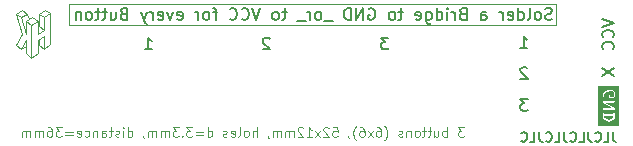
<source format=gbr>
%TF.GenerationSoftware,KiCad,Pcbnew,5.1.7-a382d34a8~88~ubuntu18.04.1*%
%TF.CreationDate,2021-05-22T21:37:03+02:00*%
%TF.ProjectId,button-board-6x6mm-3buttons,62757474-6f6e-42d6-926f-6172642d3678,v1r1*%
%TF.SameCoordinates,Original*%
%TF.FileFunction,Legend,Bot*%
%TF.FilePolarity,Positive*%
%FSLAX46Y46*%
G04 Gerber Fmt 4.6, Leading zero omitted, Abs format (unit mm)*
G04 Created by KiCad (PCBNEW 5.1.7-a382d34a8~88~ubuntu18.04.1) date 2021-05-22 21:37:03*
%MOMM*%
%LPD*%
G01*
G04 APERTURE LIST*
%ADD10C,0.120000*%
%ADD11C,0.150000*%
%ADD12C,0.100000*%
%ADD13C,0.090000*%
%ADD14C,0.064000*%
G04 APERTURE END LIST*
D10*
X83000000Y-36100000D02*
X83000000Y-37900000D01*
X41800000Y-36100000D02*
X83000000Y-36100000D01*
X41800000Y-37900000D02*
X41800000Y-36100000D01*
X83000000Y-37900000D02*
X41800000Y-37900000D01*
D11*
X82690476Y-37404761D02*
X82547619Y-37452380D01*
X82309523Y-37452380D01*
X82214285Y-37404761D01*
X82166666Y-37357142D01*
X82119047Y-37261904D01*
X82119047Y-37166666D01*
X82166666Y-37071428D01*
X82214285Y-37023809D01*
X82309523Y-36976190D01*
X82500000Y-36928571D01*
X82595238Y-36880952D01*
X82642857Y-36833333D01*
X82690476Y-36738095D01*
X82690476Y-36642857D01*
X82642857Y-36547619D01*
X82595238Y-36500000D01*
X82500000Y-36452380D01*
X82261904Y-36452380D01*
X82119047Y-36500000D01*
X81547619Y-37452380D02*
X81642857Y-37404761D01*
X81690476Y-37357142D01*
X81738095Y-37261904D01*
X81738095Y-36976190D01*
X81690476Y-36880952D01*
X81642857Y-36833333D01*
X81547619Y-36785714D01*
X81404761Y-36785714D01*
X81309523Y-36833333D01*
X81261904Y-36880952D01*
X81214285Y-36976190D01*
X81214285Y-37261904D01*
X81261904Y-37357142D01*
X81309523Y-37404761D01*
X81404761Y-37452380D01*
X81547619Y-37452380D01*
X80642857Y-37452380D02*
X80738095Y-37404761D01*
X80785714Y-37309523D01*
X80785714Y-36452380D01*
X79833333Y-37452380D02*
X79833333Y-36452380D01*
X79833333Y-37404761D02*
X79928571Y-37452380D01*
X80119047Y-37452380D01*
X80214285Y-37404761D01*
X80261904Y-37357142D01*
X80309523Y-37261904D01*
X80309523Y-36976190D01*
X80261904Y-36880952D01*
X80214285Y-36833333D01*
X80119047Y-36785714D01*
X79928571Y-36785714D01*
X79833333Y-36833333D01*
X78976190Y-37404761D02*
X79071428Y-37452380D01*
X79261904Y-37452380D01*
X79357142Y-37404761D01*
X79404761Y-37309523D01*
X79404761Y-36928571D01*
X79357142Y-36833333D01*
X79261904Y-36785714D01*
X79071428Y-36785714D01*
X78976190Y-36833333D01*
X78928571Y-36928571D01*
X78928571Y-37023809D01*
X79404761Y-37119047D01*
X78500000Y-37452380D02*
X78500000Y-36785714D01*
X78500000Y-36976190D02*
X78452380Y-36880952D01*
X78404761Y-36833333D01*
X78309523Y-36785714D01*
X78214285Y-36785714D01*
X76690476Y-37452380D02*
X76690476Y-36928571D01*
X76738095Y-36833333D01*
X76833333Y-36785714D01*
X77023809Y-36785714D01*
X77119047Y-36833333D01*
X76690476Y-37404761D02*
X76785714Y-37452380D01*
X77023809Y-37452380D01*
X77119047Y-37404761D01*
X77166666Y-37309523D01*
X77166666Y-37214285D01*
X77119047Y-37119047D01*
X77023809Y-37071428D01*
X76785714Y-37071428D01*
X76690476Y-37023809D01*
X75119047Y-36928571D02*
X74976190Y-36976190D01*
X74928571Y-37023809D01*
X74880952Y-37119047D01*
X74880952Y-37261904D01*
X74928571Y-37357142D01*
X74976190Y-37404761D01*
X75071428Y-37452380D01*
X75452380Y-37452380D01*
X75452380Y-36452380D01*
X75119047Y-36452380D01*
X75023809Y-36500000D01*
X74976190Y-36547619D01*
X74928571Y-36642857D01*
X74928571Y-36738095D01*
X74976190Y-36833333D01*
X75023809Y-36880952D01*
X75119047Y-36928571D01*
X75452380Y-36928571D01*
X74452380Y-37452380D02*
X74452380Y-36785714D01*
X74452380Y-36976190D02*
X74404761Y-36880952D01*
X74357142Y-36833333D01*
X74261904Y-36785714D01*
X74166666Y-36785714D01*
X73833333Y-37452380D02*
X73833333Y-36785714D01*
X73833333Y-36452380D02*
X73880952Y-36500000D01*
X73833333Y-36547619D01*
X73785714Y-36500000D01*
X73833333Y-36452380D01*
X73833333Y-36547619D01*
X72928571Y-37452380D02*
X72928571Y-36452380D01*
X72928571Y-37404761D02*
X73023809Y-37452380D01*
X73214285Y-37452380D01*
X73309523Y-37404761D01*
X73357142Y-37357142D01*
X73404761Y-37261904D01*
X73404761Y-36976190D01*
X73357142Y-36880952D01*
X73309523Y-36833333D01*
X73214285Y-36785714D01*
X73023809Y-36785714D01*
X72928571Y-36833333D01*
X72023809Y-36785714D02*
X72023809Y-37595238D01*
X72071428Y-37690476D01*
X72119047Y-37738095D01*
X72214285Y-37785714D01*
X72357142Y-37785714D01*
X72452380Y-37738095D01*
X72023809Y-37404761D02*
X72119047Y-37452380D01*
X72309523Y-37452380D01*
X72404761Y-37404761D01*
X72452380Y-37357142D01*
X72500000Y-37261904D01*
X72500000Y-36976190D01*
X72452380Y-36880952D01*
X72404761Y-36833333D01*
X72309523Y-36785714D01*
X72119047Y-36785714D01*
X72023809Y-36833333D01*
X71166666Y-37404761D02*
X71261904Y-37452380D01*
X71452380Y-37452380D01*
X71547619Y-37404761D01*
X71595238Y-37309523D01*
X71595238Y-36928571D01*
X71547619Y-36833333D01*
X71452380Y-36785714D01*
X71261904Y-36785714D01*
X71166666Y-36833333D01*
X71119047Y-36928571D01*
X71119047Y-37023809D01*
X71595238Y-37119047D01*
X70071428Y-36785714D02*
X69690476Y-36785714D01*
X69928571Y-36452380D02*
X69928571Y-37309523D01*
X69880952Y-37404761D01*
X69785714Y-37452380D01*
X69690476Y-37452380D01*
X69214285Y-37452380D02*
X69309523Y-37404761D01*
X69357142Y-37357142D01*
X69404761Y-37261904D01*
X69404761Y-36976190D01*
X69357142Y-36880952D01*
X69309523Y-36833333D01*
X69214285Y-36785714D01*
X69071428Y-36785714D01*
X68976190Y-36833333D01*
X68928571Y-36880952D01*
X68880952Y-36976190D01*
X68880952Y-37261904D01*
X68928571Y-37357142D01*
X68976190Y-37404761D01*
X69071428Y-37452380D01*
X69214285Y-37452380D01*
X67166666Y-36500000D02*
X67261904Y-36452380D01*
X67404761Y-36452380D01*
X67547619Y-36500000D01*
X67642857Y-36595238D01*
X67690476Y-36690476D01*
X67738095Y-36880952D01*
X67738095Y-37023809D01*
X67690476Y-37214285D01*
X67642857Y-37309523D01*
X67547619Y-37404761D01*
X67404761Y-37452380D01*
X67309523Y-37452380D01*
X67166666Y-37404761D01*
X67119047Y-37357142D01*
X67119047Y-37023809D01*
X67309523Y-37023809D01*
X66690476Y-37452380D02*
X66690476Y-36452380D01*
X66119047Y-37452380D01*
X66119047Y-36452380D01*
X65642857Y-37452380D02*
X65642857Y-36452380D01*
X65404761Y-36452380D01*
X65261904Y-36500000D01*
X65166666Y-36595238D01*
X65119047Y-36690476D01*
X65071428Y-36880952D01*
X65071428Y-37023809D01*
X65119047Y-37214285D01*
X65166666Y-37309523D01*
X65261904Y-37404761D01*
X65404761Y-37452380D01*
X65642857Y-37452380D01*
X64119047Y-37547619D02*
X63357142Y-37547619D01*
X62976190Y-37452380D02*
X63071428Y-37404761D01*
X63119047Y-37357142D01*
X63166666Y-37261904D01*
X63166666Y-36976190D01*
X63119047Y-36880952D01*
X63071428Y-36833333D01*
X62976190Y-36785714D01*
X62833333Y-36785714D01*
X62738095Y-36833333D01*
X62690476Y-36880952D01*
X62642857Y-36976190D01*
X62642857Y-37261904D01*
X62690476Y-37357142D01*
X62738095Y-37404761D01*
X62833333Y-37452380D01*
X62976190Y-37452380D01*
X62214285Y-37452380D02*
X62214285Y-36785714D01*
X62214285Y-36976190D02*
X62166666Y-36880952D01*
X62119047Y-36833333D01*
X62023809Y-36785714D01*
X61928571Y-36785714D01*
X61833333Y-37547619D02*
X61071428Y-37547619D01*
X60214285Y-36785714D02*
X59833333Y-36785714D01*
X60071428Y-36452380D02*
X60071428Y-37309523D01*
X60023809Y-37404761D01*
X59928571Y-37452380D01*
X59833333Y-37452380D01*
X59357142Y-37452380D02*
X59452380Y-37404761D01*
X59500000Y-37357142D01*
X59547619Y-37261904D01*
X59547619Y-36976190D01*
X59500000Y-36880952D01*
X59452380Y-36833333D01*
X59357142Y-36785714D01*
X59214285Y-36785714D01*
X59119047Y-36833333D01*
X59071428Y-36880952D01*
X59023809Y-36976190D01*
X59023809Y-37261904D01*
X59071428Y-37357142D01*
X59119047Y-37404761D01*
X59214285Y-37452380D01*
X59357142Y-37452380D01*
X57976190Y-36452380D02*
X57642857Y-37452380D01*
X57309523Y-36452380D01*
X56404761Y-37357142D02*
X56452380Y-37404761D01*
X56595238Y-37452380D01*
X56690476Y-37452380D01*
X56833333Y-37404761D01*
X56928571Y-37309523D01*
X56976190Y-37214285D01*
X57023809Y-37023809D01*
X57023809Y-36880952D01*
X56976190Y-36690476D01*
X56928571Y-36595238D01*
X56833333Y-36500000D01*
X56690476Y-36452380D01*
X56595238Y-36452380D01*
X56452380Y-36500000D01*
X56404761Y-36547619D01*
X55404761Y-37357142D02*
X55452380Y-37404761D01*
X55595238Y-37452380D01*
X55690476Y-37452380D01*
X55833333Y-37404761D01*
X55928571Y-37309523D01*
X55976190Y-37214285D01*
X56023809Y-37023809D01*
X56023809Y-36880952D01*
X55976190Y-36690476D01*
X55928571Y-36595238D01*
X55833333Y-36500000D01*
X55690476Y-36452380D01*
X55595238Y-36452380D01*
X55452380Y-36500000D01*
X55404761Y-36547619D01*
X54357142Y-36785714D02*
X53976190Y-36785714D01*
X54214285Y-37452380D02*
X54214285Y-36595238D01*
X54166666Y-36500000D01*
X54071428Y-36452380D01*
X53976190Y-36452380D01*
X53500000Y-37452380D02*
X53595238Y-37404761D01*
X53642857Y-37357142D01*
X53690476Y-37261904D01*
X53690476Y-36976190D01*
X53642857Y-36880952D01*
X53595238Y-36833333D01*
X53500000Y-36785714D01*
X53357142Y-36785714D01*
X53261904Y-36833333D01*
X53214285Y-36880952D01*
X53166666Y-36976190D01*
X53166666Y-37261904D01*
X53214285Y-37357142D01*
X53261904Y-37404761D01*
X53357142Y-37452380D01*
X53500000Y-37452380D01*
X52738095Y-37452380D02*
X52738095Y-36785714D01*
X52738095Y-36976190D02*
X52690476Y-36880952D01*
X52642857Y-36833333D01*
X52547619Y-36785714D01*
X52452380Y-36785714D01*
X50976190Y-37404761D02*
X51071428Y-37452380D01*
X51261904Y-37452380D01*
X51357142Y-37404761D01*
X51404761Y-37309523D01*
X51404761Y-36928571D01*
X51357142Y-36833333D01*
X51261904Y-36785714D01*
X51071428Y-36785714D01*
X50976190Y-36833333D01*
X50928571Y-36928571D01*
X50928571Y-37023809D01*
X51404761Y-37119047D01*
X50595238Y-36785714D02*
X50357142Y-37452380D01*
X50119047Y-36785714D01*
X49357142Y-37404761D02*
X49452380Y-37452380D01*
X49642857Y-37452380D01*
X49738095Y-37404761D01*
X49785714Y-37309523D01*
X49785714Y-36928571D01*
X49738095Y-36833333D01*
X49642857Y-36785714D01*
X49452380Y-36785714D01*
X49357142Y-36833333D01*
X49309523Y-36928571D01*
X49309523Y-37023809D01*
X49785714Y-37119047D01*
X48880952Y-37452380D02*
X48880952Y-36785714D01*
X48880952Y-36976190D02*
X48833333Y-36880952D01*
X48785714Y-36833333D01*
X48690476Y-36785714D01*
X48595238Y-36785714D01*
X48357142Y-36785714D02*
X48119047Y-37452380D01*
X47880952Y-36785714D02*
X48119047Y-37452380D01*
X48214285Y-37690476D01*
X48261904Y-37738095D01*
X48357142Y-37785714D01*
X46404761Y-36928571D02*
X46261904Y-36976190D01*
X46214285Y-37023809D01*
X46166666Y-37119047D01*
X46166666Y-37261904D01*
X46214285Y-37357142D01*
X46261904Y-37404761D01*
X46357142Y-37452380D01*
X46738095Y-37452380D01*
X46738095Y-36452380D01*
X46404761Y-36452380D01*
X46309523Y-36500000D01*
X46261904Y-36547619D01*
X46214285Y-36642857D01*
X46214285Y-36738095D01*
X46261904Y-36833333D01*
X46309523Y-36880952D01*
X46404761Y-36928571D01*
X46738095Y-36928571D01*
X45309523Y-36785714D02*
X45309523Y-37452380D01*
X45738095Y-36785714D02*
X45738095Y-37309523D01*
X45690476Y-37404761D01*
X45595238Y-37452380D01*
X45452380Y-37452380D01*
X45357142Y-37404761D01*
X45309523Y-37357142D01*
X44976190Y-36785714D02*
X44595238Y-36785714D01*
X44833333Y-36452380D02*
X44833333Y-37309523D01*
X44785714Y-37404761D01*
X44690476Y-37452380D01*
X44595238Y-37452380D01*
X44404761Y-36785714D02*
X44023809Y-36785714D01*
X44261904Y-36452380D02*
X44261904Y-37309523D01*
X44214285Y-37404761D01*
X44119047Y-37452380D01*
X44023809Y-37452380D01*
X43547619Y-37452380D02*
X43642857Y-37404761D01*
X43690476Y-37357142D01*
X43738095Y-37261904D01*
X43738095Y-36976190D01*
X43690476Y-36880952D01*
X43642857Y-36833333D01*
X43547619Y-36785714D01*
X43404761Y-36785714D01*
X43309523Y-36833333D01*
X43261904Y-36880952D01*
X43214285Y-36976190D01*
X43214285Y-37261904D01*
X43261904Y-37357142D01*
X43309523Y-37404761D01*
X43404761Y-37452380D01*
X43547619Y-37452380D01*
X42785714Y-36785714D02*
X42785714Y-37452380D01*
X42785714Y-36880952D02*
X42738095Y-36833333D01*
X42642857Y-36785714D01*
X42500000Y-36785714D01*
X42404761Y-36833333D01*
X42357142Y-36928571D01*
X42357142Y-37452380D01*
X87841428Y-46956428D02*
X87841428Y-47535000D01*
X87880000Y-47650714D01*
X87957142Y-47727857D01*
X88072857Y-47766428D01*
X88150000Y-47766428D01*
X87070000Y-47766428D02*
X87455714Y-47766428D01*
X87455714Y-46956428D01*
X86337142Y-47689285D02*
X86375714Y-47727857D01*
X86491428Y-47766428D01*
X86568571Y-47766428D01*
X86684285Y-47727857D01*
X86761428Y-47650714D01*
X86800000Y-47573571D01*
X86838571Y-47419285D01*
X86838571Y-47303571D01*
X86800000Y-47149285D01*
X86761428Y-47072142D01*
X86684285Y-46995000D01*
X86568571Y-46956428D01*
X86491428Y-46956428D01*
X86375714Y-46995000D01*
X86337142Y-47033571D01*
X85758571Y-46956428D02*
X85758571Y-47535000D01*
X85797142Y-47650714D01*
X85874285Y-47727857D01*
X85990000Y-47766428D01*
X86067142Y-47766428D01*
X84987142Y-47766428D02*
X85372857Y-47766428D01*
X85372857Y-46956428D01*
X84254285Y-47689285D02*
X84292857Y-47727857D01*
X84408571Y-47766428D01*
X84485714Y-47766428D01*
X84601428Y-47727857D01*
X84678571Y-47650714D01*
X84717142Y-47573571D01*
X84755714Y-47419285D01*
X84755714Y-47303571D01*
X84717142Y-47149285D01*
X84678571Y-47072142D01*
X84601428Y-46995000D01*
X84485714Y-46956428D01*
X84408571Y-46956428D01*
X84292857Y-46995000D01*
X84254285Y-47033571D01*
X83675714Y-46956428D02*
X83675714Y-47535000D01*
X83714285Y-47650714D01*
X83791428Y-47727857D01*
X83907142Y-47766428D01*
X83984285Y-47766428D01*
X82904285Y-47766428D02*
X83290000Y-47766428D01*
X83290000Y-46956428D01*
X82171428Y-47689285D02*
X82210000Y-47727857D01*
X82325714Y-47766428D01*
X82402857Y-47766428D01*
X82518571Y-47727857D01*
X82595714Y-47650714D01*
X82634285Y-47573571D01*
X82672857Y-47419285D01*
X82672857Y-47303571D01*
X82634285Y-47149285D01*
X82595714Y-47072142D01*
X82518571Y-46995000D01*
X82402857Y-46956428D01*
X82325714Y-46956428D01*
X82210000Y-46995000D01*
X82171428Y-47033571D01*
X81592857Y-46956428D02*
X81592857Y-47535000D01*
X81631428Y-47650714D01*
X81708571Y-47727857D01*
X81824285Y-47766428D01*
X81901428Y-47766428D01*
X80821428Y-47766428D02*
X81207142Y-47766428D01*
X81207142Y-46956428D01*
X80088571Y-47689285D02*
X80127142Y-47727857D01*
X80242857Y-47766428D01*
X80320000Y-47766428D01*
X80435714Y-47727857D01*
X80512857Y-47650714D01*
X80551428Y-47573571D01*
X80590000Y-47419285D01*
X80590000Y-47303571D01*
X80551428Y-47149285D01*
X80512857Y-47072142D01*
X80435714Y-46995000D01*
X80320000Y-46956428D01*
X80242857Y-46956428D01*
X80127142Y-46995000D01*
X80088571Y-47033571D01*
X86933962Y-37366666D02*
X87933962Y-37700000D01*
X86933962Y-38033333D01*
X87838724Y-38938095D02*
X87886343Y-38890476D01*
X87933962Y-38747619D01*
X87933962Y-38652380D01*
X87886343Y-38509523D01*
X87791105Y-38414285D01*
X87695867Y-38366666D01*
X87505391Y-38319047D01*
X87362534Y-38319047D01*
X87172058Y-38366666D01*
X87076820Y-38414285D01*
X86981582Y-38509523D01*
X86933962Y-38652380D01*
X86933962Y-38747619D01*
X86981582Y-38890476D01*
X87029201Y-38938095D01*
X87838724Y-39938095D02*
X87886343Y-39890476D01*
X87933962Y-39747619D01*
X87933962Y-39652380D01*
X87886343Y-39509523D01*
X87791105Y-39414285D01*
X87695867Y-39366666D01*
X87505391Y-39319047D01*
X87362534Y-39319047D01*
X87172058Y-39366666D01*
X87076820Y-39414285D01*
X86981582Y-39509523D01*
X86933962Y-39652380D01*
X86933962Y-39747619D01*
X86981582Y-39890476D01*
X87029201Y-39938095D01*
X86933962Y-41566666D02*
X87933962Y-42233333D01*
X86933962Y-42233333D02*
X87933962Y-41566666D01*
D12*
X39138283Y-40283722D02*
X38609116Y-40655269D01*
X39232640Y-37997866D02*
X39139317Y-38051745D01*
X38609116Y-40655269D02*
X38609116Y-37862443D01*
X38167440Y-38646947D02*
X37725764Y-37243483D01*
X40207719Y-36916183D02*
X40207719Y-39532832D01*
X39138283Y-39189651D02*
X39138283Y-40283722D01*
X38692498Y-37250959D02*
X38167440Y-37549216D01*
X39138283Y-38642953D02*
X39674800Y-38301723D01*
X37725764Y-37243483D02*
X38251686Y-36956030D01*
X38167440Y-37552963D02*
X38167440Y-38646947D01*
X39231606Y-36948294D02*
X39232640Y-37997866D01*
X37280640Y-36931587D02*
X37824072Y-38659923D01*
X39138283Y-37549214D02*
X39138283Y-38642953D01*
X37725764Y-37243483D02*
X37280640Y-36931587D01*
X37280640Y-39551104D02*
X37725764Y-39921069D01*
X39674800Y-38301723D02*
X39674800Y-37231634D01*
X39761272Y-36643847D02*
X39228646Y-36946402D01*
X39674800Y-38301723D02*
X39232640Y-37997866D01*
X39674800Y-37231634D02*
X40207719Y-36916183D01*
X39666215Y-39908313D02*
X39234197Y-39611425D01*
X38609116Y-37862443D02*
X39138283Y-37549214D01*
X38150901Y-39688703D02*
X38160544Y-39683432D01*
X39674800Y-39907014D02*
X39674800Y-38836600D01*
X39232783Y-39147094D02*
X39233233Y-39604455D01*
X37725764Y-39921069D02*
X38167440Y-39193799D01*
X40207719Y-39532832D02*
X39674800Y-39907014D01*
X37725764Y-39921069D02*
X38150901Y-39688703D01*
X37803150Y-36655932D02*
X37280640Y-36931578D01*
X40207719Y-36916184D02*
X39761272Y-36643847D01*
X38167440Y-40288169D02*
X38609116Y-40655269D01*
X38167440Y-39193799D02*
X38167440Y-40288169D01*
X38609116Y-37862443D02*
X38167440Y-37552963D01*
X39228646Y-36946402D02*
X39674800Y-37231634D01*
X37824072Y-38659923D02*
X37280640Y-39551104D01*
X39138283Y-37549214D02*
X38692498Y-37250959D01*
X38251686Y-36956030D02*
X37803150Y-36655932D01*
X38255849Y-36962844D02*
X38397821Y-37413976D01*
X39674800Y-38836600D02*
X39138283Y-39189651D01*
D11*
X48214285Y-39952380D02*
X48785714Y-39952380D01*
X48500000Y-39952380D02*
X48500000Y-38952380D01*
X48595238Y-39095238D01*
X48690476Y-39190476D01*
X48785714Y-39238095D01*
X58785714Y-39047619D02*
X58738095Y-39000000D01*
X58642857Y-38952380D01*
X58404761Y-38952380D01*
X58309523Y-39000000D01*
X58261904Y-39047619D01*
X58214285Y-39142857D01*
X58214285Y-39238095D01*
X58261904Y-39380952D01*
X58833333Y-39952380D01*
X58214285Y-39952380D01*
X68833333Y-38952380D02*
X68214285Y-38952380D01*
X68547619Y-39333333D01*
X68404761Y-39333333D01*
X68309523Y-39380952D01*
X68261904Y-39428571D01*
X68214285Y-39523809D01*
X68214285Y-39761904D01*
X68261904Y-39857142D01*
X68309523Y-39904761D01*
X68404761Y-39952380D01*
X68690476Y-39952380D01*
X68785714Y-39904761D01*
X68833333Y-39857142D01*
X80014285Y-39852380D02*
X80585714Y-39852380D01*
X80300000Y-39852380D02*
X80300000Y-38852380D01*
X80395238Y-38995238D01*
X80490476Y-39090476D01*
X80585714Y-39138095D01*
X80585714Y-41547619D02*
X80538095Y-41500000D01*
X80442857Y-41452380D01*
X80204761Y-41452380D01*
X80109523Y-41500000D01*
X80061904Y-41547619D01*
X80014285Y-41642857D01*
X80014285Y-41738095D01*
X80061904Y-41880952D01*
X80633333Y-42452380D01*
X80014285Y-42452380D01*
X80633333Y-44152380D02*
X80014285Y-44152380D01*
X80347619Y-44533333D01*
X80204761Y-44533333D01*
X80109523Y-44580952D01*
X80061904Y-44628571D01*
X80014285Y-44723809D01*
X80014285Y-44961904D01*
X80061904Y-45057142D01*
X80109523Y-45104761D01*
X80204761Y-45152380D01*
X80490476Y-45152380D01*
X80585714Y-45104761D01*
X80633333Y-45057142D01*
D13*
X75242857Y-46561904D02*
X74747619Y-46561904D01*
X75014285Y-46866666D01*
X74900000Y-46866666D01*
X74823809Y-46904761D01*
X74785714Y-46942857D01*
X74747619Y-47019047D01*
X74747619Y-47209523D01*
X74785714Y-47285714D01*
X74823809Y-47323809D01*
X74900000Y-47361904D01*
X75128571Y-47361904D01*
X75204761Y-47323809D01*
X75242857Y-47285714D01*
X73795238Y-47361904D02*
X73795238Y-46561904D01*
X73795238Y-46866666D02*
X73719047Y-46828571D01*
X73566666Y-46828571D01*
X73490476Y-46866666D01*
X73452380Y-46904761D01*
X73414285Y-46980952D01*
X73414285Y-47209523D01*
X73452380Y-47285714D01*
X73490476Y-47323809D01*
X73566666Y-47361904D01*
X73719047Y-47361904D01*
X73795238Y-47323809D01*
X72728571Y-46828571D02*
X72728571Y-47361904D01*
X73071428Y-46828571D02*
X73071428Y-47247619D01*
X73033333Y-47323809D01*
X72957142Y-47361904D01*
X72842857Y-47361904D01*
X72766666Y-47323809D01*
X72728571Y-47285714D01*
X72461904Y-46828571D02*
X72157142Y-46828571D01*
X72347619Y-46561904D02*
X72347619Y-47247619D01*
X72309523Y-47323809D01*
X72233333Y-47361904D01*
X72157142Y-47361904D01*
X72004761Y-46828571D02*
X71700000Y-46828571D01*
X71890476Y-46561904D02*
X71890476Y-47247619D01*
X71852380Y-47323809D01*
X71776190Y-47361904D01*
X71700000Y-47361904D01*
X71319047Y-47361904D02*
X71395238Y-47323809D01*
X71433333Y-47285714D01*
X71471428Y-47209523D01*
X71471428Y-46980952D01*
X71433333Y-46904761D01*
X71395238Y-46866666D01*
X71319047Y-46828571D01*
X71204761Y-46828571D01*
X71128571Y-46866666D01*
X71090476Y-46904761D01*
X71052380Y-46980952D01*
X71052380Y-47209523D01*
X71090476Y-47285714D01*
X71128571Y-47323809D01*
X71204761Y-47361904D01*
X71319047Y-47361904D01*
X70709523Y-46828571D02*
X70709523Y-47361904D01*
X70709523Y-46904761D02*
X70671428Y-46866666D01*
X70595238Y-46828571D01*
X70480952Y-46828571D01*
X70404761Y-46866666D01*
X70366666Y-46942857D01*
X70366666Y-47361904D01*
X70023809Y-47323809D02*
X69947619Y-47361904D01*
X69795238Y-47361904D01*
X69719047Y-47323809D01*
X69680952Y-47247619D01*
X69680952Y-47209523D01*
X69719047Y-47133333D01*
X69795238Y-47095238D01*
X69909523Y-47095238D01*
X69985714Y-47057142D01*
X70023809Y-46980952D01*
X70023809Y-46942857D01*
X69985714Y-46866666D01*
X69909523Y-46828571D01*
X69795238Y-46828571D01*
X69719047Y-46866666D01*
X68500000Y-47666666D02*
X68538095Y-47628571D01*
X68614285Y-47514285D01*
X68652380Y-47438095D01*
X68690476Y-47323809D01*
X68728571Y-47133333D01*
X68728571Y-46980952D01*
X68690476Y-46790476D01*
X68652380Y-46676190D01*
X68614285Y-46600000D01*
X68538095Y-46485714D01*
X68500000Y-46447619D01*
X67852380Y-46561904D02*
X68004761Y-46561904D01*
X68080952Y-46600000D01*
X68119047Y-46638095D01*
X68195238Y-46752380D01*
X68233333Y-46904761D01*
X68233333Y-47209523D01*
X68195238Y-47285714D01*
X68157142Y-47323809D01*
X68080952Y-47361904D01*
X67928571Y-47361904D01*
X67852380Y-47323809D01*
X67814285Y-47285714D01*
X67776190Y-47209523D01*
X67776190Y-47019047D01*
X67814285Y-46942857D01*
X67852380Y-46904761D01*
X67928571Y-46866666D01*
X68080952Y-46866666D01*
X68157142Y-46904761D01*
X68195238Y-46942857D01*
X68233333Y-47019047D01*
X67509523Y-47361904D02*
X67090476Y-46828571D01*
X67509523Y-46828571D02*
X67090476Y-47361904D01*
X66442857Y-46561904D02*
X66595238Y-46561904D01*
X66671428Y-46600000D01*
X66709523Y-46638095D01*
X66785714Y-46752380D01*
X66823809Y-46904761D01*
X66823809Y-47209523D01*
X66785714Y-47285714D01*
X66747619Y-47323809D01*
X66671428Y-47361904D01*
X66519047Y-47361904D01*
X66442857Y-47323809D01*
X66404761Y-47285714D01*
X66366666Y-47209523D01*
X66366666Y-47019047D01*
X66404761Y-46942857D01*
X66442857Y-46904761D01*
X66519047Y-46866666D01*
X66671428Y-46866666D01*
X66747619Y-46904761D01*
X66785714Y-46942857D01*
X66823809Y-47019047D01*
X66100000Y-47666666D02*
X66061904Y-47628571D01*
X65985714Y-47514285D01*
X65947619Y-47438095D01*
X65909523Y-47323809D01*
X65871428Y-47133333D01*
X65871428Y-46980952D01*
X65909523Y-46790476D01*
X65947619Y-46676190D01*
X65985714Y-46600000D01*
X66061904Y-46485714D01*
X66100000Y-46447619D01*
X65452380Y-47323809D02*
X65452380Y-47361904D01*
X65490476Y-47438095D01*
X65528571Y-47476190D01*
X64119047Y-46561904D02*
X64500000Y-46561904D01*
X64538095Y-46942857D01*
X64500000Y-46904761D01*
X64423809Y-46866666D01*
X64233333Y-46866666D01*
X64157142Y-46904761D01*
X64119047Y-46942857D01*
X64080952Y-47019047D01*
X64080952Y-47209523D01*
X64119047Y-47285714D01*
X64157142Y-47323809D01*
X64233333Y-47361904D01*
X64423809Y-47361904D01*
X64500000Y-47323809D01*
X64538095Y-47285714D01*
X63776190Y-46638095D02*
X63738095Y-46600000D01*
X63661904Y-46561904D01*
X63471428Y-46561904D01*
X63395238Y-46600000D01*
X63357142Y-46638095D01*
X63319047Y-46714285D01*
X63319047Y-46790476D01*
X63357142Y-46904761D01*
X63814285Y-47361904D01*
X63319047Y-47361904D01*
X63052380Y-47361904D02*
X62633333Y-46828571D01*
X63052380Y-46828571D02*
X62633333Y-47361904D01*
X61909523Y-47361904D02*
X62366666Y-47361904D01*
X62138095Y-47361904D02*
X62138095Y-46561904D01*
X62214285Y-46676190D01*
X62290476Y-46752380D01*
X62366666Y-46790476D01*
X61604761Y-46638095D02*
X61566666Y-46600000D01*
X61490476Y-46561904D01*
X61300000Y-46561904D01*
X61223809Y-46600000D01*
X61185714Y-46638095D01*
X61147619Y-46714285D01*
X61147619Y-46790476D01*
X61185714Y-46904761D01*
X61642857Y-47361904D01*
X61147619Y-47361904D01*
X60804761Y-47361904D02*
X60804761Y-46828571D01*
X60804761Y-46904761D02*
X60766666Y-46866666D01*
X60690476Y-46828571D01*
X60576190Y-46828571D01*
X60500000Y-46866666D01*
X60461904Y-46942857D01*
X60461904Y-47361904D01*
X60461904Y-46942857D02*
X60423809Y-46866666D01*
X60347619Y-46828571D01*
X60233333Y-46828571D01*
X60157142Y-46866666D01*
X60119047Y-46942857D01*
X60119047Y-47361904D01*
X59738095Y-47361904D02*
X59738095Y-46828571D01*
X59738095Y-46904761D02*
X59700000Y-46866666D01*
X59623809Y-46828571D01*
X59509523Y-46828571D01*
X59433333Y-46866666D01*
X59395238Y-46942857D01*
X59395238Y-47361904D01*
X59395238Y-46942857D02*
X59357142Y-46866666D01*
X59280952Y-46828571D01*
X59166666Y-46828571D01*
X59090476Y-46866666D01*
X59052380Y-46942857D01*
X59052380Y-47361904D01*
X58633333Y-47323809D02*
X58633333Y-47361904D01*
X58671428Y-47438095D01*
X58709523Y-47476190D01*
X57680952Y-47361904D02*
X57680952Y-46561904D01*
X57338095Y-47361904D02*
X57338095Y-46942857D01*
X57376190Y-46866666D01*
X57452380Y-46828571D01*
X57566666Y-46828571D01*
X57642857Y-46866666D01*
X57680952Y-46904761D01*
X56842857Y-47361904D02*
X56919047Y-47323809D01*
X56957142Y-47285714D01*
X56995238Y-47209523D01*
X56995238Y-46980952D01*
X56957142Y-46904761D01*
X56919047Y-46866666D01*
X56842857Y-46828571D01*
X56728571Y-46828571D01*
X56652380Y-46866666D01*
X56614285Y-46904761D01*
X56576190Y-46980952D01*
X56576190Y-47209523D01*
X56614285Y-47285714D01*
X56652380Y-47323809D01*
X56728571Y-47361904D01*
X56842857Y-47361904D01*
X56119047Y-47361904D02*
X56195238Y-47323809D01*
X56233333Y-47247619D01*
X56233333Y-46561904D01*
X55509523Y-47323809D02*
X55585714Y-47361904D01*
X55738095Y-47361904D01*
X55814285Y-47323809D01*
X55852380Y-47247619D01*
X55852380Y-46942857D01*
X55814285Y-46866666D01*
X55738095Y-46828571D01*
X55585714Y-46828571D01*
X55509523Y-46866666D01*
X55471428Y-46942857D01*
X55471428Y-47019047D01*
X55852380Y-47095238D01*
X55166666Y-47323809D02*
X55090476Y-47361904D01*
X54938095Y-47361904D01*
X54861904Y-47323809D01*
X54823809Y-47247619D01*
X54823809Y-47209523D01*
X54861904Y-47133333D01*
X54938095Y-47095238D01*
X55052380Y-47095238D01*
X55128571Y-47057142D01*
X55166666Y-46980952D01*
X55166666Y-46942857D01*
X55128571Y-46866666D01*
X55052380Y-46828571D01*
X54938095Y-46828571D01*
X54861904Y-46866666D01*
X53528571Y-47361904D02*
X53528571Y-46561904D01*
X53528571Y-47323809D02*
X53604761Y-47361904D01*
X53757142Y-47361904D01*
X53833333Y-47323809D01*
X53871428Y-47285714D01*
X53909523Y-47209523D01*
X53909523Y-46980952D01*
X53871428Y-46904761D01*
X53833333Y-46866666D01*
X53757142Y-46828571D01*
X53604761Y-46828571D01*
X53528571Y-46866666D01*
X53147619Y-46942857D02*
X52538095Y-46942857D01*
X52538095Y-47171428D02*
X53147619Y-47171428D01*
X52233333Y-46561904D02*
X51738095Y-46561904D01*
X52004761Y-46866666D01*
X51890476Y-46866666D01*
X51814285Y-46904761D01*
X51776190Y-46942857D01*
X51738095Y-47019047D01*
X51738095Y-47209523D01*
X51776190Y-47285714D01*
X51814285Y-47323809D01*
X51890476Y-47361904D01*
X52119047Y-47361904D01*
X52195238Y-47323809D01*
X52233333Y-47285714D01*
X51395238Y-47285714D02*
X51357142Y-47323809D01*
X51395238Y-47361904D01*
X51433333Y-47323809D01*
X51395238Y-47285714D01*
X51395238Y-47361904D01*
X51090476Y-46561904D02*
X50595238Y-46561904D01*
X50861904Y-46866666D01*
X50747619Y-46866666D01*
X50671428Y-46904761D01*
X50633333Y-46942857D01*
X50595238Y-47019047D01*
X50595238Y-47209523D01*
X50633333Y-47285714D01*
X50671428Y-47323809D01*
X50747619Y-47361904D01*
X50976190Y-47361904D01*
X51052380Y-47323809D01*
X51090476Y-47285714D01*
X50252380Y-47361904D02*
X50252380Y-46828571D01*
X50252380Y-46904761D02*
X50214285Y-46866666D01*
X50138095Y-46828571D01*
X50023809Y-46828571D01*
X49947619Y-46866666D01*
X49909523Y-46942857D01*
X49909523Y-47361904D01*
X49909523Y-46942857D02*
X49871428Y-46866666D01*
X49795238Y-46828571D01*
X49680952Y-46828571D01*
X49604761Y-46866666D01*
X49566666Y-46942857D01*
X49566666Y-47361904D01*
X49185714Y-47361904D02*
X49185714Y-46828571D01*
X49185714Y-46904761D02*
X49147619Y-46866666D01*
X49071428Y-46828571D01*
X48957142Y-46828571D01*
X48880952Y-46866666D01*
X48842857Y-46942857D01*
X48842857Y-47361904D01*
X48842857Y-46942857D02*
X48804761Y-46866666D01*
X48728571Y-46828571D01*
X48614285Y-46828571D01*
X48538095Y-46866666D01*
X48500000Y-46942857D01*
X48500000Y-47361904D01*
X48080952Y-47323809D02*
X48080952Y-47361904D01*
X48119047Y-47438095D01*
X48157142Y-47476190D01*
X46785714Y-47361904D02*
X46785714Y-46561904D01*
X46785714Y-47323809D02*
X46861904Y-47361904D01*
X47014285Y-47361904D01*
X47090476Y-47323809D01*
X47128571Y-47285714D01*
X47166666Y-47209523D01*
X47166666Y-46980952D01*
X47128571Y-46904761D01*
X47090476Y-46866666D01*
X47014285Y-46828571D01*
X46861904Y-46828571D01*
X46785714Y-46866666D01*
X46404761Y-47361904D02*
X46404761Y-46828571D01*
X46404761Y-46561904D02*
X46442857Y-46600000D01*
X46404761Y-46638095D01*
X46366666Y-46600000D01*
X46404761Y-46561904D01*
X46404761Y-46638095D01*
X46061904Y-47323809D02*
X45985714Y-47361904D01*
X45833333Y-47361904D01*
X45757142Y-47323809D01*
X45719047Y-47247619D01*
X45719047Y-47209523D01*
X45757142Y-47133333D01*
X45833333Y-47095238D01*
X45947619Y-47095238D01*
X46023809Y-47057142D01*
X46061904Y-46980952D01*
X46061904Y-46942857D01*
X46023809Y-46866666D01*
X45947619Y-46828571D01*
X45833333Y-46828571D01*
X45757142Y-46866666D01*
X45490476Y-46828571D02*
X45185714Y-46828571D01*
X45376190Y-46561904D02*
X45376190Y-47247619D01*
X45338095Y-47323809D01*
X45261904Y-47361904D01*
X45185714Y-47361904D01*
X44576190Y-47361904D02*
X44576190Y-46942857D01*
X44614285Y-46866666D01*
X44690476Y-46828571D01*
X44842857Y-46828571D01*
X44919047Y-46866666D01*
X44576190Y-47323809D02*
X44652380Y-47361904D01*
X44842857Y-47361904D01*
X44919047Y-47323809D01*
X44957142Y-47247619D01*
X44957142Y-47171428D01*
X44919047Y-47095238D01*
X44842857Y-47057142D01*
X44652380Y-47057142D01*
X44576190Y-47019047D01*
X44195238Y-46828571D02*
X44195238Y-47361904D01*
X44195238Y-46904761D02*
X44157142Y-46866666D01*
X44080952Y-46828571D01*
X43966666Y-46828571D01*
X43890476Y-46866666D01*
X43852380Y-46942857D01*
X43852380Y-47361904D01*
X43128571Y-47323809D02*
X43204761Y-47361904D01*
X43357142Y-47361904D01*
X43433333Y-47323809D01*
X43471428Y-47285714D01*
X43509523Y-47209523D01*
X43509523Y-46980952D01*
X43471428Y-46904761D01*
X43433333Y-46866666D01*
X43357142Y-46828571D01*
X43204761Y-46828571D01*
X43128571Y-46866666D01*
X42480952Y-47323809D02*
X42557142Y-47361904D01*
X42709523Y-47361904D01*
X42785714Y-47323809D01*
X42823809Y-47247619D01*
X42823809Y-46942857D01*
X42785714Y-46866666D01*
X42709523Y-46828571D01*
X42557142Y-46828571D01*
X42480952Y-46866666D01*
X42442857Y-46942857D01*
X42442857Y-47019047D01*
X42823809Y-47095238D01*
X42100000Y-46942857D02*
X41490476Y-46942857D01*
X41490476Y-47171428D02*
X42100000Y-47171428D01*
X41185714Y-46561904D02*
X40690476Y-46561904D01*
X40957142Y-46866666D01*
X40842857Y-46866666D01*
X40766666Y-46904761D01*
X40728571Y-46942857D01*
X40690476Y-47019047D01*
X40690476Y-47209523D01*
X40728571Y-47285714D01*
X40766666Y-47323809D01*
X40842857Y-47361904D01*
X41071428Y-47361904D01*
X41147619Y-47323809D01*
X41185714Y-47285714D01*
X40004761Y-46561904D02*
X40157142Y-46561904D01*
X40233333Y-46600000D01*
X40271428Y-46638095D01*
X40347619Y-46752380D01*
X40385714Y-46904761D01*
X40385714Y-47209523D01*
X40347619Y-47285714D01*
X40309523Y-47323809D01*
X40233333Y-47361904D01*
X40080952Y-47361904D01*
X40004761Y-47323809D01*
X39966666Y-47285714D01*
X39928571Y-47209523D01*
X39928571Y-47019047D01*
X39966666Y-46942857D01*
X40004761Y-46904761D01*
X40080952Y-46866666D01*
X40233333Y-46866666D01*
X40309523Y-46904761D01*
X40347619Y-46942857D01*
X40385714Y-47019047D01*
X39585714Y-47361904D02*
X39585714Y-46828571D01*
X39585714Y-46904761D02*
X39547619Y-46866666D01*
X39471428Y-46828571D01*
X39357142Y-46828571D01*
X39280952Y-46866666D01*
X39242857Y-46942857D01*
X39242857Y-47361904D01*
X39242857Y-46942857D02*
X39204761Y-46866666D01*
X39128571Y-46828571D01*
X39014285Y-46828571D01*
X38938095Y-46866666D01*
X38900000Y-46942857D01*
X38900000Y-47361904D01*
X38519047Y-47361904D02*
X38519047Y-46828571D01*
X38519047Y-46904761D02*
X38480952Y-46866666D01*
X38404761Y-46828571D01*
X38290476Y-46828571D01*
X38214285Y-46866666D01*
X38176190Y-46942857D01*
X38176190Y-47361904D01*
X38176190Y-46942857D02*
X38138095Y-46866666D01*
X38061904Y-46828571D01*
X37947619Y-46828571D01*
X37871428Y-46866666D01*
X37833333Y-46942857D01*
X37833333Y-47361904D01*
D14*
%TO.C,REF\u002A\u002A*%
X87799363Y-45361773D02*
X87799363Y-45297012D01*
X87992681Y-45704153D02*
X87983293Y-45775218D01*
X87983293Y-45775218D02*
X87950705Y-45838831D01*
X87950705Y-45838831D02*
X87902696Y-45884076D01*
X87902696Y-45884076D02*
X87846390Y-45917328D01*
X87935932Y-43393731D02*
X87972513Y-43450641D01*
X87972513Y-43450641D02*
X87993554Y-43517340D01*
X87993554Y-43517340D02*
X87999633Y-43578090D01*
X87038803Y-43119525D02*
X87038803Y-43511447D01*
X87038803Y-44029105D02*
X87038803Y-44250104D01*
X87838294Y-43802057D02*
X87838294Y-43615340D01*
X87476706Y-43522247D02*
X87412304Y-43525239D01*
X87412304Y-43525239D02*
X87347999Y-43540200D01*
X87347999Y-43540200D02*
X87301310Y-43564072D01*
X87038803Y-45913174D02*
X87038803Y-46298575D01*
X87100060Y-43119525D02*
X87100060Y-43455856D01*
X87100060Y-43719613D02*
X87100060Y-44252087D01*
X87100060Y-44620023D02*
X87100060Y-44850706D01*
X87100060Y-45079736D02*
X87100060Y-45335224D01*
X87100060Y-45581618D02*
X87100060Y-45651072D01*
X87100060Y-45941286D02*
X87100060Y-46298575D01*
X87161310Y-43119525D02*
X87161310Y-43414515D01*
X87222559Y-46011565D02*
X87222559Y-46298575D01*
X87283807Y-43119525D02*
X87283807Y-43339274D01*
X87630516Y-43891105D02*
X87768136Y-43891105D01*
X87838294Y-43615340D02*
X87827123Y-43552089D01*
X87827123Y-43552089D02*
X87766630Y-43523092D01*
X87766630Y-43523092D02*
X87741151Y-43522247D01*
X87528813Y-45076803D02*
X87528813Y-45345146D01*
X87528813Y-45575831D02*
X87528813Y-45791632D01*
X87992681Y-45297012D02*
X87992681Y-45704153D01*
X87753294Y-43335882D02*
X87821861Y-43339134D01*
X87821861Y-43339134D02*
X87885636Y-43356399D01*
X87885636Y-43356399D02*
X87935932Y-43393731D01*
X88141332Y-43119525D02*
X88141332Y-46298575D01*
X88202576Y-43119525D02*
X88202576Y-46298575D01*
X87222559Y-43641892D02*
X87222559Y-44251260D01*
X87222559Y-44671286D02*
X87222559Y-44853187D01*
X87222559Y-45078083D02*
X87222559Y-45344320D01*
X87222559Y-45575004D02*
X87222559Y-45719696D01*
X87453771Y-45835860D02*
X87516786Y-45821636D01*
X87516786Y-45821636D02*
X87541468Y-45810226D01*
X87086261Y-45361773D02*
X87799363Y-45361773D01*
X87086261Y-45587606D02*
X87092838Y-45651524D01*
X87092838Y-45651524D02*
X87142928Y-45690144D01*
X86977554Y-45081480D02*
X86977554Y-45218642D01*
X86977554Y-45877620D02*
X86977554Y-46298575D01*
X87896321Y-43119525D02*
X87896321Y-43353329D01*
X87896321Y-44076800D02*
X87896321Y-44244257D01*
X87835072Y-45082648D02*
X87835072Y-45236832D01*
X87835072Y-45939632D02*
X87835072Y-46298575D01*
X87889070Y-45229552D02*
X87951382Y-45245660D01*
X87951382Y-45245660D02*
X87992681Y-45297012D01*
X86977554Y-44051323D02*
X86977554Y-44257120D01*
X86977554Y-44562308D02*
X86977554Y-44851127D01*
X87283807Y-43579879D02*
X87283807Y-44254568D01*
X87283807Y-44699397D02*
X87283807Y-44850706D01*
X87283807Y-45081391D02*
X87283807Y-45345973D01*
X87283807Y-45576656D02*
X87283807Y-45753596D01*
X87835072Y-44099124D02*
X87835072Y-44248935D01*
X87835072Y-44476950D02*
X87835072Y-44729520D01*
X87773818Y-45967745D02*
X87773818Y-46298575D01*
X87835072Y-43119525D02*
X87835072Y-43326045D01*
X87957572Y-44023883D02*
X87957572Y-44257120D01*
X87957572Y-44452393D02*
X87957572Y-44795000D01*
X87896321Y-45905732D02*
X87896321Y-46298575D01*
X87957572Y-43119525D02*
X87957572Y-43396324D01*
X87773818Y-45075632D02*
X87773818Y-45350933D01*
X87773818Y-45575004D02*
X87773818Y-45654378D01*
X87896321Y-44475780D02*
X87896321Y-44754074D01*
X87896321Y-45077971D02*
X87896321Y-45210374D01*
X87773818Y-43119525D02*
X87773818Y-43326045D01*
X87773818Y-43531096D02*
X87773818Y-43878364D01*
X87712568Y-45579964D02*
X87712568Y-45681664D01*
X87712568Y-46004951D02*
X87712568Y-46298575D01*
X87712568Y-44472272D02*
X87712568Y-44664038D01*
X87712568Y-45081480D02*
X87712568Y-45349281D01*
X87712568Y-43526136D02*
X87712568Y-43882496D01*
X87712568Y-44108219D02*
X87712568Y-44247764D01*
X87161310Y-43689022D02*
X87161310Y-44247127D01*
X87161310Y-44639868D02*
X87161310Y-44851533D01*
X87761389Y-44101108D02*
X87449711Y-44101108D01*
X87449711Y-44101108D02*
X87449711Y-43760232D01*
X87343135Y-45802130D02*
X87402358Y-45828241D01*
X87402358Y-45828241D02*
X87453771Y-45835860D01*
X87086261Y-45571415D02*
X87086261Y-45587606D01*
X86988860Y-43563854D02*
X87192590Y-43404648D01*
X88018820Y-43119525D02*
X88018820Y-46298575D01*
X88080083Y-43119525D02*
X88080083Y-46298575D01*
X87957572Y-45070956D02*
X87957572Y-45235179D01*
X87957572Y-45837932D02*
X87957572Y-46298575D01*
X86898504Y-43958566D02*
X86898504Y-43777772D01*
X87192590Y-43404648D02*
X87249752Y-43369042D01*
X87249752Y-43369042D02*
X87310619Y-43347292D01*
X87310619Y-43347292D02*
X87376603Y-43337225D01*
X87376603Y-43337225D02*
X87415992Y-43335882D01*
X87538028Y-43692772D02*
X87602486Y-43713347D01*
X87602486Y-43713347D02*
X87630516Y-43760232D01*
X87449711Y-43760232D02*
X87485274Y-43706813D01*
X87485274Y-43706813D02*
X87538028Y-43692772D01*
X87999633Y-43578090D02*
X87999633Y-43810152D01*
X87415992Y-43335882D02*
X87753294Y-43335882D01*
X87999633Y-43810152D02*
X87995904Y-43878216D01*
X87995904Y-43878216D02*
X87980762Y-43950604D01*
X87980762Y-43950604D02*
X87953983Y-44008862D01*
X87953983Y-44008862D02*
X87906503Y-44060074D01*
X87906503Y-44060074D02*
X87842299Y-44090840D01*
X87842299Y-44090840D02*
X87776033Y-44100822D01*
X87776033Y-44100822D02*
X87761389Y-44101108D01*
X87651319Y-46026449D02*
X87651319Y-46298575D01*
X87712568Y-43119525D02*
X87712568Y-43321084D01*
X87161310Y-45982628D02*
X87161310Y-46298575D01*
X87222559Y-43119525D02*
X87222559Y-43366560D01*
X87799363Y-45297012D02*
X87835813Y-45243594D01*
X87835813Y-45243594D02*
X87889070Y-45229552D01*
X88000586Y-45072449D02*
X86964812Y-45072449D01*
X86964812Y-44864832D02*
X87632385Y-44863483D01*
X87224031Y-44469514D02*
X88000586Y-44821658D01*
X88000586Y-44821658D02*
X88000586Y-45072449D01*
X87528813Y-44475780D02*
X87528813Y-44584526D01*
X87528813Y-44817216D02*
X87528813Y-44862819D01*
X87528813Y-43529443D02*
X87528813Y-43670829D01*
X87528813Y-44121449D02*
X87528813Y-44237241D01*
X86901286Y-44959145D02*
X86916858Y-44893774D01*
X86916858Y-44893774D02*
X86964812Y-44864832D01*
X87467563Y-43530269D02*
X87467563Y-43718786D01*
X87467563Y-44106565D02*
X87467563Y-44241337D01*
X86964812Y-45072449D02*
X86914955Y-45029769D01*
X86914955Y-45029769D02*
X86901345Y-44963743D01*
X86901345Y-44963743D02*
X86901286Y-44959145D01*
X86916306Y-45801554D02*
X86916306Y-46298575D01*
X86977554Y-43119525D02*
X86977554Y-43562554D01*
X86916306Y-44517875D02*
X86916306Y-44871005D01*
X86916306Y-45046400D02*
X86916306Y-45251715D01*
X86916306Y-43119525D02*
X86916306Y-43618680D01*
X86916306Y-44016243D02*
X86916306Y-44258288D01*
X86793799Y-43119525D02*
X86793799Y-46298575D01*
X86855057Y-43119525D02*
X86855057Y-46298575D01*
X86897420Y-44509990D02*
X86897420Y-44257372D01*
X86897420Y-44257372D02*
X87933284Y-44257372D01*
X86671300Y-43119525D02*
X86671300Y-46298575D01*
X86732554Y-43119525D02*
X86732554Y-46298575D01*
X88277765Y-46320429D02*
X88277765Y-43077997D01*
X88277765Y-43077997D02*
X86620400Y-43077997D01*
X87651319Y-44115660D02*
X87651319Y-44247764D01*
X87651319Y-44471102D02*
X87651319Y-44642991D01*
X87161310Y-45085524D02*
X87161310Y-45347628D01*
X87161310Y-45584924D02*
X87161310Y-45682491D01*
X87651319Y-43119525D02*
X87651319Y-43313642D01*
X87651319Y-43531096D02*
X87651319Y-43883324D01*
X87590070Y-45587405D02*
X87590070Y-45758556D01*
X87590070Y-46061174D02*
X87590070Y-46298575D01*
X86899937Y-45716296D02*
X86899937Y-45307806D01*
X87086261Y-45311853D02*
X87086261Y-45361773D01*
X87632385Y-44862133D02*
X86897420Y-44509990D01*
X86995164Y-45229552D02*
X87056795Y-45251258D01*
X87056795Y-45251258D02*
X87086261Y-45311853D01*
X86899937Y-45307806D02*
X86932731Y-45250368D01*
X86932731Y-45250368D02*
X86995164Y-45229552D01*
X87467563Y-46097556D02*
X87467563Y-46298575D01*
X87528813Y-43119525D02*
X87528813Y-43316950D01*
X87295913Y-46038756D02*
X87058453Y-45920027D01*
X87846390Y-45917328D02*
X87600832Y-46040106D01*
X87058453Y-45920027D02*
X87002267Y-45888473D01*
X87002267Y-45888473D02*
X86950203Y-45846345D01*
X86950203Y-45846345D02*
X86911803Y-45786075D01*
X86911803Y-45786075D02*
X86899937Y-45716296D01*
X87452421Y-46079232D02*
X87385513Y-46072551D01*
X87385513Y-46072551D02*
X87320806Y-46050416D01*
X87320806Y-46050416D02*
X87295913Y-46038756D01*
X87590070Y-44475780D02*
X87590070Y-44617266D01*
X87590070Y-45077971D02*
X87590070Y-45341840D01*
X86620400Y-43077997D02*
X86620400Y-46320429D01*
X86620400Y-46320429D02*
X88277765Y-46320429D01*
X87467563Y-45074775D02*
X87467563Y-45349281D01*
X87467563Y-45586578D02*
X87467563Y-45815609D01*
X87467563Y-44472022D02*
X87467563Y-44565452D01*
X87467563Y-44788696D02*
X87467563Y-44858147D01*
X87406315Y-46083500D02*
X87406315Y-46298575D01*
X87467563Y-43119525D02*
X87467563Y-43321910D01*
X87600832Y-46040106D02*
X87537728Y-46066105D01*
X87537728Y-46066105D02*
X87472300Y-46078546D01*
X87472300Y-46078546D02*
X87452421Y-46079232D01*
X87089043Y-43796660D02*
X87089043Y-43958566D01*
X87933284Y-44466816D02*
X87866791Y-44466438D01*
X87866791Y-44466438D02*
X87800298Y-44466244D01*
X87800298Y-44466244D02*
X87733804Y-44466215D01*
X87733804Y-44466215D02*
X87667310Y-44466333D01*
X87667310Y-44466333D02*
X87600816Y-44466579D01*
X87600816Y-44466579D02*
X87534323Y-44466936D01*
X87534323Y-44466936D02*
X87467830Y-44467384D01*
X87467830Y-44467384D02*
X87401338Y-44467905D01*
X87401338Y-44467905D02*
X87334846Y-44468481D01*
X87334846Y-44468481D02*
X87268356Y-44469094D01*
X87268356Y-44469094D02*
X87224031Y-44469514D01*
X88000744Y-44350057D02*
X87989081Y-44413078D01*
X87989081Y-44413078D02*
X87948578Y-44463791D01*
X87948578Y-44463791D02*
X87933284Y-44466816D01*
X87799363Y-45597051D02*
X87799363Y-45571415D01*
X87799363Y-45571415D02*
X87086261Y-45571415D01*
X87541468Y-45810226D02*
X87742696Y-45691494D01*
X86995164Y-44044101D02*
X86932081Y-44017621D01*
X86932081Y-44017621D02*
X86898643Y-43961897D01*
X86898643Y-43961897D02*
X86898504Y-43958566D01*
X86898504Y-43777772D02*
X86904189Y-43707505D01*
X86904189Y-43707505D02*
X86923533Y-43644949D01*
X86923533Y-43644949D02*
X86959968Y-43590480D01*
X86959968Y-43590480D02*
X86988860Y-43563854D01*
X87142928Y-45690144D02*
X87343135Y-45802130D01*
X87742696Y-45691494D02*
X87792438Y-45651153D01*
X87792438Y-45651153D02*
X87799363Y-45597051D01*
X87630516Y-43760232D02*
X87630516Y-43891105D01*
X87933284Y-44257372D02*
X87987250Y-44292187D01*
X87987250Y-44292187D02*
X88000744Y-44350057D01*
X87632385Y-44863483D02*
X87632385Y-44862133D01*
X87406315Y-45077256D02*
X87406315Y-45344320D01*
X87406315Y-45579137D02*
X87406315Y-45808168D01*
X87590070Y-43532751D02*
X87590070Y-43698115D01*
X87590070Y-44113180D02*
X87590070Y-44238412D01*
X87406315Y-44480291D02*
X87406315Y-44534033D01*
X87406315Y-44763888D02*
X87406315Y-44851533D01*
X87301310Y-43564072D02*
X87144360Y-43683328D01*
X87089043Y-43958566D02*
X87056985Y-44017621D01*
X87056985Y-44017621D02*
X86995164Y-44044101D01*
X87741151Y-43522247D02*
X87476706Y-43522247D01*
X87144360Y-43683328D02*
X87096801Y-43726372D01*
X87096801Y-43726372D02*
X87089040Y-43789932D01*
X87089040Y-43789932D02*
X87089043Y-43796660D01*
X87406315Y-43119525D02*
X87406315Y-43325219D01*
X87406315Y-43527791D02*
X87406315Y-44245472D01*
X87345064Y-45579964D02*
X87345064Y-45782536D01*
X87345064Y-46071924D02*
X87345064Y-46298575D01*
X87345064Y-44737432D02*
X87345064Y-44840784D01*
X87345064Y-45076428D02*
X87345064Y-45345146D01*
X87345064Y-43547633D02*
X87345064Y-44248779D01*
X87345064Y-44470368D02*
X87345064Y-44516669D01*
X87283807Y-46042986D02*
X87283807Y-46298575D01*
X87345064Y-43119525D02*
X87345064Y-43326872D01*
X87528813Y-46080192D02*
X87528813Y-46298575D01*
X87590070Y-43119525D02*
X87590070Y-43318604D01*
X87038803Y-44596218D02*
X87038803Y-44840603D01*
X87038803Y-45090833D02*
X87038803Y-45226910D01*
X87651319Y-45081480D02*
X87651319Y-45346800D01*
X87651319Y-45579964D02*
X87651319Y-45716391D01*
X87773818Y-44106565D02*
X87773818Y-44246596D01*
X87773818Y-44480457D02*
X87773818Y-44702626D01*
X87768136Y-43891105D02*
X87827288Y-43861689D01*
X87827288Y-43861689D02*
X87838294Y-43802057D01*
D10*
X88225500Y-46286700D02*
X88200100Y-43124400D01*
X87793700Y-43835600D02*
X87793700Y-43594300D01*
X86904700Y-43556200D02*
X86879300Y-43657800D01*
X86726900Y-43149800D02*
X88225500Y-43162500D01*
X88225500Y-43162500D02*
X88225500Y-43226000D01*
X88225500Y-43226000D02*
X86739600Y-43251400D01*
%TD*%
M02*

</source>
